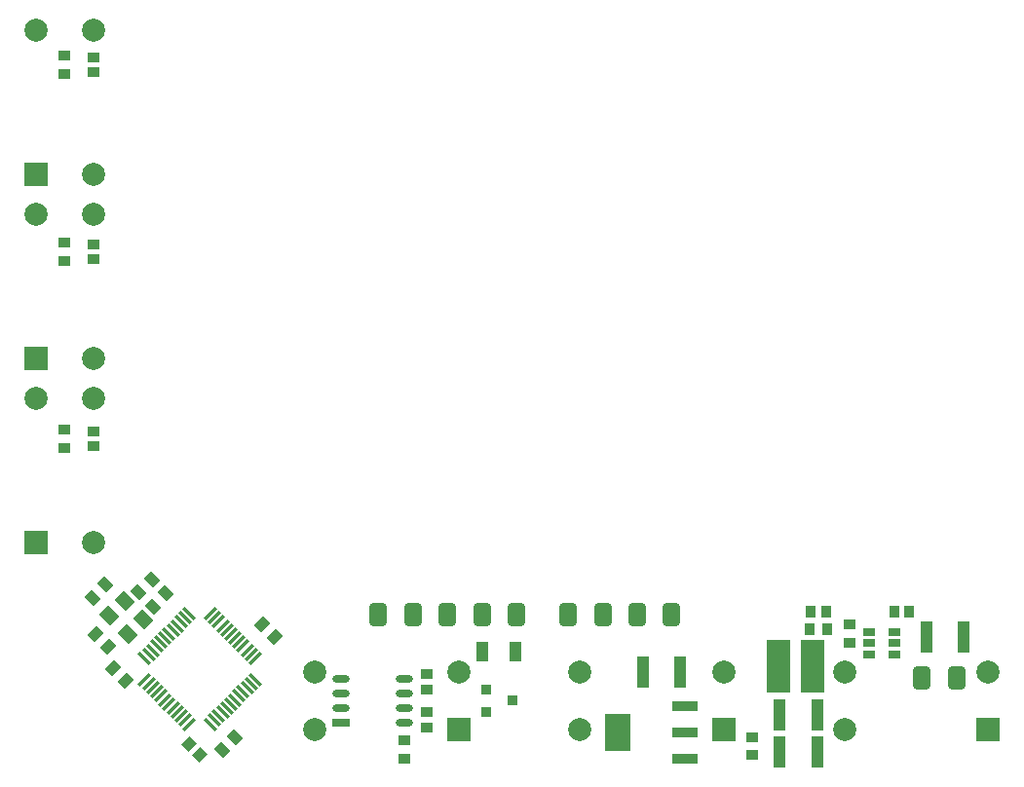
<source format=gbs>
G04*
G04 #@! TF.GenerationSoftware,Altium Limited,Altium Designer,23.3.1 (30)*
G04*
G04 Layer_Color=16711935*
%FSLAX44Y44*%
%MOMM*%
G71*
G04*
G04 #@! TF.SameCoordinates,77D199DB-A247-405A-9097-576A226775B8*
G04*
G04*
G04 #@! TF.FilePolarity,Negative*
G04*
G01*
G75*
%ADD19R,0.8500X1.0000*%
%ADD20R,1.0000X0.8500*%
%ADD21R,1.1000X0.9500*%
%ADD24R,2.0000X2.0000*%
%ADD25C,2.0000*%
%ADD26R,2.0000X2.0000*%
%ADD51R,0.8120X0.8120*%
%ADD52R,1.1000X1.7700*%
G04:AMPARAMS|DCode=53|XSize=1.1mm|YSize=0.95mm|CornerRadius=0mm|HoleSize=0mm|Usage=FLASHONLY|Rotation=315.000|XOffset=0mm|YOffset=0mm|HoleType=Round|Shape=Rectangle|*
%AMROTATEDRECTD53*
4,1,4,-0.7248,0.0530,-0.0530,0.7248,0.7248,-0.0530,0.0530,-0.7248,-0.7248,0.0530,0.0*
%
%ADD53ROTATEDRECTD53*%

%ADD54R,1.0042X2.7562*%
%ADD55O,1.5000X0.6500*%
%ADD56R,1.5000X0.6500*%
%ADD57R,2.2000X0.9500*%
%ADD58R,2.2000X3.3000*%
G04:AMPARAMS|DCode=59|XSize=0.34mm|YSize=1.45mm|CornerRadius=0mm|HoleSize=0mm|Usage=FLASHONLY|Rotation=225.000|XOffset=0mm|YOffset=0mm|HoleType=Round|Shape=Round|*
%AMOVALD59*
21,1,1.1100,0.3400,0.0000,0.0000,315.0*
1,1,0.3400,-0.3925,0.3925*
1,1,0.3400,0.3925,-0.3925*
%
%ADD59OVALD59*%

G04:AMPARAMS|DCode=60|XSize=0.34mm|YSize=1.45mm|CornerRadius=0mm|HoleSize=0mm|Usage=FLASHONLY|Rotation=315.000|XOffset=0mm|YOffset=0mm|HoleType=Round|Shape=Round|*
%AMOVALD60*
21,1,1.1100,0.3400,0.0000,0.0000,45.0*
1,1,0.3400,-0.3925,-0.3925*
1,1,0.3400,0.3925,0.3925*
%
%ADD60OVALD60*%

G04:AMPARAMS|DCode=61|XSize=1.55mm|YSize=2.05mm|CornerRadius=0.4mm|HoleSize=0mm|Usage=FLASHONLY|Rotation=0.000|XOffset=0mm|YOffset=0mm|HoleType=Round|Shape=RoundedRectangle|*
%AMROUNDEDRECTD61*
21,1,1.5500,1.2500,0,0,0.0*
21,1,0.7500,2.0500,0,0,0.0*
1,1,0.8000,0.3750,-0.6250*
1,1,0.8000,-0.3750,-0.6250*
1,1,0.8000,-0.3750,0.6250*
1,1,0.8000,0.3750,0.6250*
%
%ADD61ROUNDEDRECTD61*%
G04:AMPARAMS|DCode=62|XSize=1.1mm|YSize=1.35mm|CornerRadius=0mm|HoleSize=0mm|Usage=FLASHONLY|Rotation=225.000|XOffset=0mm|YOffset=0mm|HoleType=Round|Shape=Rectangle|*
%AMROTATEDRECTD62*
4,1,4,-0.0884,0.8662,0.8662,-0.0884,0.0884,-0.8662,-0.8662,0.0884,-0.0884,0.8662,0.0*
%
%ADD62ROTATEDRECTD62*%

G04:AMPARAMS|DCode=63|XSize=1mm|YSize=0.85mm|CornerRadius=0mm|HoleSize=0mm|Usage=FLASHONLY|Rotation=45.000|XOffset=0mm|YOffset=0mm|HoleType=Round|Shape=Rectangle|*
%AMROTATEDRECTD63*
4,1,4,-0.0530,-0.6541,-0.6541,-0.0530,0.0530,0.6541,0.6541,0.0530,-0.0530,-0.6541,0.0*
%
%ADD63ROTATEDRECTD63*%

%ADD64R,2.0500X4.5500*%
%ADD65R,1.0500X0.7500*%
G04:AMPARAMS|DCode=66|XSize=1.1mm|YSize=0.95mm|CornerRadius=0mm|HoleSize=0mm|Usage=FLASHONLY|Rotation=225.000|XOffset=0mm|YOffset=0mm|HoleType=Round|Shape=Rectangle|*
%AMROTATEDRECTD66*
4,1,4,0.0530,0.7248,0.7248,0.0530,-0.0530,-0.7248,-0.7248,-0.0530,0.0530,0.7248,0.0*
%
%ADD66ROTATEDRECTD66*%

%ADD67R,0.9500X1.1000*%
D19*
X783500Y140000D02*
D03*
X796500D02*
D03*
X724000D02*
D03*
X711000D02*
D03*
D20*
X377500Y39500D02*
D03*
Y52500D02*
D03*
Y85500D02*
D03*
Y72500D02*
D03*
X87500Y283500D02*
D03*
Y296500D02*
D03*
Y446000D02*
D03*
Y459000D02*
D03*
Y608500D02*
D03*
Y621500D02*
D03*
D21*
X745000Y112500D02*
D03*
Y128500D02*
D03*
X62500Y298000D02*
D03*
Y282000D02*
D03*
Y444500D02*
D03*
Y460500D02*
D03*
Y623000D02*
D03*
Y607000D02*
D03*
X357500Y28000D02*
D03*
Y12000D02*
D03*
X660000Y31000D02*
D03*
Y15000D02*
D03*
D24*
X865000Y37500D02*
D03*
X635000D02*
D03*
X405000D02*
D03*
D25*
X865000Y87500D02*
D03*
X740000Y37500D02*
D03*
Y87500D02*
D03*
X635000D02*
D03*
X510000Y37500D02*
D03*
Y87500D02*
D03*
X280000D02*
D03*
Y37500D02*
D03*
X405000Y87500D02*
D03*
X87500Y645000D02*
D03*
X37500D02*
D03*
X87500Y520000D02*
D03*
Y360000D02*
D03*
X37500Y485000D02*
D03*
X87500D02*
D03*
Y200000D02*
D03*
X37500Y325000D02*
D03*
X87500D02*
D03*
D26*
X37500Y520000D02*
D03*
Y360000D02*
D03*
Y200000D02*
D03*
D51*
X428750Y72050D02*
D03*
Y53000D02*
D03*
X451610Y62525D02*
D03*
D52*
X454600Y105000D02*
D03*
X425400D02*
D03*
D53*
X138157Y168157D02*
D03*
X126843Y156843D02*
D03*
X98157Y163157D02*
D03*
X86843Y151843D02*
D03*
X150657Y155657D02*
D03*
X139343Y144343D02*
D03*
X210657Y30657D02*
D03*
X199343Y19343D02*
D03*
D54*
X683750Y17500D02*
D03*
X716250D02*
D03*
X683750Y50000D02*
D03*
X716250D02*
D03*
X811250Y117500D02*
D03*
X843750D02*
D03*
X597500Y87500D02*
D03*
X565000D02*
D03*
D55*
X357250Y81550D02*
D03*
Y68850D02*
D03*
Y56150D02*
D03*
Y43450D02*
D03*
X302750Y81550D02*
D03*
Y68850D02*
D03*
Y56150D02*
D03*
D56*
Y43450D02*
D03*
D57*
X601750Y58000D02*
D03*
Y35000D02*
D03*
Y12000D02*
D03*
D58*
X543250Y35000D02*
D03*
D59*
X131917Y99192D02*
D03*
X135452Y102728D02*
D03*
X138988Y106264D02*
D03*
X142523Y109799D02*
D03*
X146059Y113335D02*
D03*
X149594Y116870D02*
D03*
X153130Y120406D02*
D03*
X156665Y123941D02*
D03*
X160201Y127477D02*
D03*
X163737Y131012D02*
D03*
X167272Y134548D02*
D03*
X170808Y138083D02*
D03*
X228083Y80808D02*
D03*
X224548Y77272D02*
D03*
X221012Y73737D02*
D03*
X217477Y70201D02*
D03*
X213941Y66666D02*
D03*
X210406Y63130D02*
D03*
X206870Y59594D02*
D03*
X203335Y56059D02*
D03*
X199799Y52523D02*
D03*
X196264Y48988D02*
D03*
X192728Y45452D02*
D03*
X189192Y41917D02*
D03*
D60*
Y138083D02*
D03*
X192728Y134548D02*
D03*
X196264Y131012D02*
D03*
X199799Y127477D02*
D03*
X203335Y123941D02*
D03*
X206870Y120406D02*
D03*
X210406Y116870D02*
D03*
X213941Y113335D02*
D03*
X217477Y109799D02*
D03*
X221012Y106263D02*
D03*
X224548Y102728D02*
D03*
X228083Y99192D02*
D03*
X170808Y41917D02*
D03*
X167272Y45452D02*
D03*
X163737Y48988D02*
D03*
X160201Y52523D02*
D03*
X156665Y56059D02*
D03*
X153130Y59594D02*
D03*
X149594Y63130D02*
D03*
X146059Y66666D02*
D03*
X142523Y70201D02*
D03*
X138988Y73737D02*
D03*
X135452Y77272D02*
D03*
X131917Y80808D02*
D03*
D61*
X807500Y82500D02*
D03*
X590000Y137500D02*
D03*
X560000D02*
D03*
X500000D02*
D03*
X530000D02*
D03*
X837500Y82500D02*
D03*
X335000Y137500D02*
D03*
X395000D02*
D03*
X365000D02*
D03*
X425000D02*
D03*
X455000D02*
D03*
D62*
X114318Y149345D02*
D03*
X130582Y133081D02*
D03*
X117500Y120000D02*
D03*
X101237Y136264D02*
D03*
D63*
X179596Y15404D02*
D03*
X170404Y24596D02*
D03*
D64*
X712500Y92500D02*
D03*
X682500D02*
D03*
D65*
X783500Y122000D02*
D03*
Y112500D02*
D03*
Y103000D02*
D03*
X761500D02*
D03*
Y112500D02*
D03*
Y122000D02*
D03*
D66*
X104343Y90657D02*
D03*
X115657Y79343D02*
D03*
X245000Y117500D02*
D03*
X233686Y128814D02*
D03*
X89343Y120657D02*
D03*
X100657Y109343D02*
D03*
D67*
X725500Y125000D02*
D03*
X709500D02*
D03*
M02*

</source>
